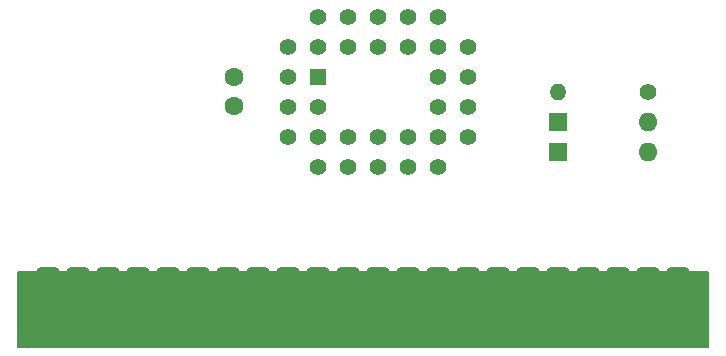
<source format=gbr>
%TF.GenerationSoftware,KiCad,Pcbnew,7.0.10*%
%TF.CreationDate,2024-01-06T19:25:44+00:00*%
%TF.ProjectId,v1a,7631612e-6b69-4636-9164-5f7063625858,rev?*%
%TF.SameCoordinates,Original*%
%TF.FileFunction,Soldermask,Top*%
%TF.FilePolarity,Negative*%
%FSLAX46Y46*%
G04 Gerber Fmt 4.6, Leading zero omitted, Abs format (unit mm)*
G04 Created by KiCad (PCBNEW 7.0.10) date 2024-01-06 19:25:44*
%MOMM*%
%LPD*%
G01*
G04 APERTURE LIST*
G04 Aperture macros list*
%AMRoundRect*
0 Rectangle with rounded corners*
0 $1 Rounding radius*
0 $2 $3 $4 $5 $6 $7 $8 $9 X,Y pos of 4 corners*
0 Add a 4 corners polygon primitive as box body*
4,1,4,$2,$3,$4,$5,$6,$7,$8,$9,$2,$3,0*
0 Add four circle primitives for the rounded corners*
1,1,$1+$1,$2,$3*
1,1,$1+$1,$4,$5*
1,1,$1+$1,$6,$7*
1,1,$1+$1,$8,$9*
0 Add four rect primitives between the rounded corners*
20,1,$1+$1,$2,$3,$4,$5,0*
20,1,$1+$1,$4,$5,$6,$7,0*
20,1,$1+$1,$6,$7,$8,$9,0*
20,1,$1+$1,$8,$9,$2,$3,0*%
G04 Aperture macros list end*
%ADD10C,0.150000*%
%ADD11R,1.600000X1.600000*%
%ADD12O,1.600000X1.600000*%
%ADD13C,1.600000*%
%ADD14R,1.422400X1.422400*%
%ADD15C,1.422400*%
%ADD16RoundRect,0.508000X-0.508000X-2.464500X0.508000X-2.464500X0.508000X2.464500X-0.508000X2.464500X0*%
%ADD17RoundRect,0.508000X-0.508000X-2.468000X0.508000X-2.468000X0.508000X2.468000X-0.508000X2.468000X0*%
%ADD18C,1.400000*%
%ADD19O,1.400000X1.400000*%
G04 APERTURE END LIST*
D10*
X40640000Y-88900000D02*
X99060000Y-88900000D01*
X99060000Y-95250000D01*
X40640000Y-95250000D01*
X40640000Y-88900000D01*
G36*
X40640000Y-88900000D02*
G01*
X99060000Y-88900000D01*
X99060000Y-95250000D01*
X40640000Y-95250000D01*
X40640000Y-88900000D01*
G37*
D11*
%TO.C,D1*%
X86355000Y-78740000D03*
D12*
X93975000Y-78740000D03*
%TD*%
D13*
%TO.C,C1*%
X58928000Y-74890000D03*
X58928000Y-72390000D03*
%TD*%
D14*
%TO.C,U1*%
X66040000Y-72390000D03*
D15*
X63500000Y-74930000D03*
X66040000Y-74930000D03*
X63500000Y-77470000D03*
X66040000Y-80010000D03*
X66040000Y-77470000D03*
X68580000Y-80010000D03*
X68580000Y-77470000D03*
X71120000Y-80010000D03*
X71120000Y-77470000D03*
X73660000Y-80010000D03*
X73660000Y-77470000D03*
X76200000Y-80010000D03*
X78740000Y-77470000D03*
X76200000Y-77470000D03*
X78740000Y-74930000D03*
X76200000Y-74930000D03*
X78740000Y-72390000D03*
X76200000Y-72390000D03*
X78740000Y-69850000D03*
X76200000Y-67310000D03*
X76200000Y-69850000D03*
X73660000Y-67310000D03*
X73660000Y-69850000D03*
X71120000Y-67310000D03*
X71120000Y-69850000D03*
X68580000Y-67310000D03*
X68580000Y-69850000D03*
X66040000Y-67310000D03*
X63500000Y-69850000D03*
X66040000Y-69850000D03*
X63500000Y-72390000D03*
%TD*%
D11*
%TO.C,D2*%
X86355000Y-76200000D03*
D12*
X93975000Y-76200000D03*
%TD*%
D16*
%TO.C,J1*%
X43180000Y-91440000D03*
X45720000Y-91440000D03*
X48260000Y-91440000D03*
X50800000Y-91440000D03*
X53340000Y-91440000D03*
X55880000Y-91440000D03*
D17*
X58420000Y-91443500D03*
X60960000Y-91443500D03*
D16*
X63500000Y-91440000D03*
X66040000Y-91440000D03*
X68580000Y-91440000D03*
X71120000Y-91440000D03*
X73660000Y-91440000D03*
X76200000Y-91440000D03*
D17*
X78740000Y-91443500D03*
D16*
X81280000Y-91440000D03*
X83820000Y-91440000D03*
D17*
X86360000Y-91443500D03*
D16*
X88900000Y-91440000D03*
X91440000Y-91440000D03*
X93980000Y-91440000D03*
X96520000Y-91440000D03*
%TD*%
D18*
%TO.C,R1*%
X93975000Y-73660000D03*
D19*
X86355000Y-73660000D03*
%TD*%
M02*

</source>
